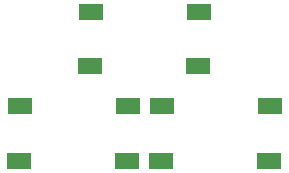
<source format=gtp>
G04 #@! TF.FileFunction,Paste,Top*
%FSLAX46Y46*%
G04 Gerber Fmt 4.6, Leading zero omitted, Abs format (unit mm)*
G04 Created by KiCad (PCBNEW 4.0.7) date 12/09/17 12:54:44*
%MOMM*%
%LPD*%
G01*
G04 APERTURE LIST*
%ADD10C,0.100000*%
%ADD11R,2.100000X1.400000*%
G04 APERTURE END LIST*
D10*
D11*
X151411880Y-95959420D03*
X160511880Y-95959420D03*
X151311880Y-100559420D03*
X160411880Y-100559420D03*
X166411880Y-92559420D03*
X157311880Y-92559420D03*
X166511880Y-87959420D03*
X157411880Y-87959420D03*
X163411880Y-95959420D03*
X172511880Y-95959420D03*
X163311880Y-100559420D03*
X172411880Y-100559420D03*
M02*

</source>
